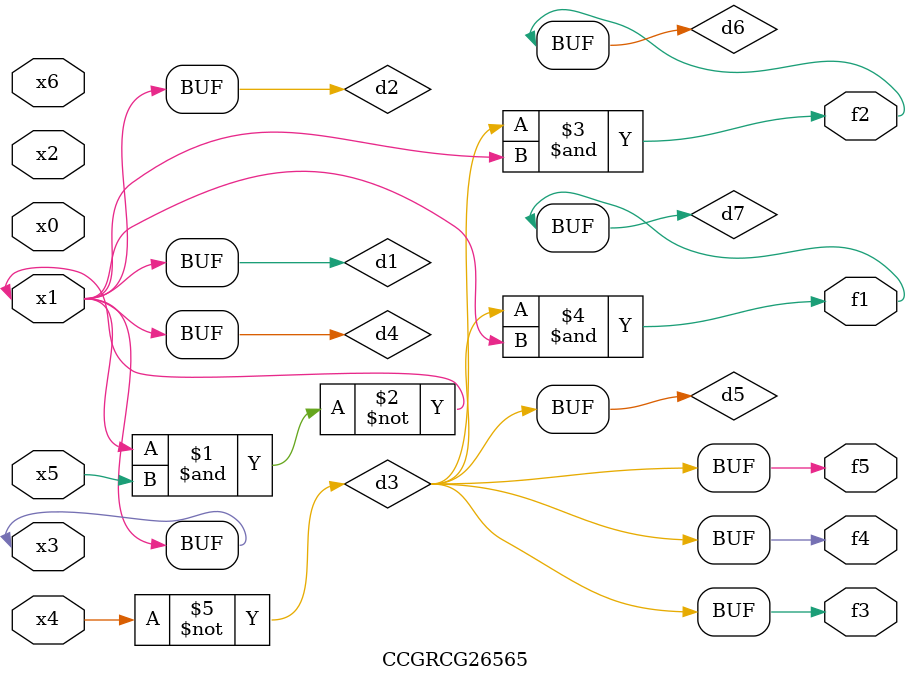
<source format=v>
module CCGRCG26565(
	input x0, x1, x2, x3, x4, x5, x6,
	output f1, f2, f3, f4, f5
);

	wire d1, d2, d3, d4, d5, d6, d7;

	buf (d1, x1, x3);
	nand (d2, x1, x5);
	not (d3, x4);
	buf (d4, d1, d2);
	buf (d5, d3);
	and (d6, d3, d4);
	and (d7, d3, d4);
	assign f1 = d7;
	assign f2 = d6;
	assign f3 = d5;
	assign f4 = d5;
	assign f5 = d5;
endmodule

</source>
